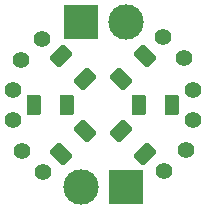
<source format=gts>
G04 #@! TF.GenerationSoftware,KiCad,Pcbnew,(5.99.0-8018-g9a0f685a75)*
G04 #@! TF.CreationDate,2021-11-19T00:05:58+10:30*
G04 #@! TF.ProjectId,ring_pcb,72696e67-5f70-4636-922e-6b696361645f,rev?*
G04 #@! TF.SameCoordinates,Original*
G04 #@! TF.FileFunction,Soldermask,Top*
G04 #@! TF.FilePolarity,Negative*
%FSLAX46Y46*%
G04 Gerber Fmt 4.6, Leading zero omitted, Abs format (unit mm)*
G04 Created by KiCad (PCBNEW (5.99.0-8018-g9a0f685a75)) date 2021-11-19 00:05:58*
%MOMM*%
%LPD*%
G01*
G04 APERTURE LIST*
G04 Aperture macros list*
%AMRoundRect*
0 Rectangle with rounded corners*
0 $1 Rounding radius*
0 $2 $3 $4 $5 $6 $7 $8 $9 X,Y pos of 4 corners*
0 Add a 4 corners polygon primitive as box body*
4,1,4,$2,$3,$4,$5,$6,$7,$8,$9,$2,$3,0*
0 Add four circle primitives for the rounded corners*
1,1,$1+$1,$2,$3,0*
1,1,$1+$1,$4,$5,0*
1,1,$1+$1,$6,$7,0*
1,1,$1+$1,$8,$9,0*
0 Add four rect primitives between the rounded corners*
20,1,$1+$1,$2,$3,$4,$5,0*
20,1,$1+$1,$4,$5,$6,$7,0*
20,1,$1+$1,$6,$7,$8,$9,0*
20,1,$1+$1,$8,$9,$2,$3,0*%
G04 Aperture macros list end*
%ADD10C,1.400000*%
%ADD11RoundRect,0.250000X0.176777X-0.707107X0.707107X-0.176777X-0.176777X0.707107X-0.707107X0.176777X0*%
%ADD12RoundRect,0.250000X-0.707107X-0.176777X-0.176777X-0.707107X0.707107X0.176777X0.176777X0.707107X0*%
%ADD13RoundRect,0.250000X-0.176777X0.707107X-0.707107X0.176777X0.176777X-0.707107X0.707107X-0.176777X0*%
%ADD14RoundRect,0.250000X0.707107X0.176777X0.176777X0.707107X-0.707107X-0.176777X-0.176777X-0.707107X0*%
%ADD15RoundRect,0.250000X-0.375000X-0.625000X0.375000X-0.625000X0.375000X0.625000X-0.375000X0.625000X0*%
%ADD16R,2.999740X2.999740*%
%ADD17C,2.999740*%
%ADD18RoundRect,0.250000X0.375000X0.625000X-0.375000X0.625000X-0.375000X-0.625000X0.375000X-0.625000X0*%
G04 APERTURE END LIST*
D10*
X132080000Y-104775000D03*
X130283949Y-102978949D03*
D11*
X138710051Y-96874949D03*
X140689949Y-94895051D03*
D10*
X130175000Y-95250000D03*
X131971051Y-93453949D03*
X129540000Y-100330000D03*
X129540000Y-97790000D03*
D12*
X138710051Y-101245051D03*
X140689949Y-103224949D03*
D13*
X135609949Y-101245051D03*
X133630051Y-103224949D03*
D14*
X135609949Y-96874949D03*
X133630051Y-94895051D03*
D10*
X144780000Y-97790000D03*
X144780000Y-100330000D03*
D15*
X140205000Y-99060000D03*
X143005000Y-99060000D03*
D16*
X135255000Y-92075000D03*
D17*
X139065000Y-92075000D03*
D10*
X144145000Y-102870000D03*
X142348949Y-104666051D03*
D18*
X134115000Y-99060000D03*
X131315000Y-99060000D03*
D10*
X142240000Y-93345000D03*
X144036051Y-95141051D03*
D16*
X139065000Y-106045000D03*
D17*
X135255000Y-106045000D03*
M02*

</source>
